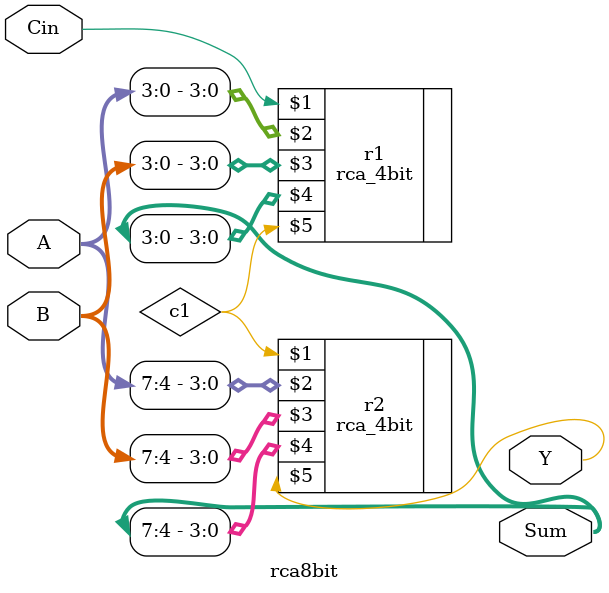
<source format=v>
`timescale 1ns / 1ps
module rca8bit(
input Cin,
input [7:0]A,
input [7:0]B,
output [7:0]Sum,
output Y
);

wire c1;
rca_4bit r1(Cin,A[3:0],B[3:0],Sum[3:0],c1);
rca_4bit r2(c1,A[7:4],B[7:4],Sum[7:4],Y);
endmodule

</source>
